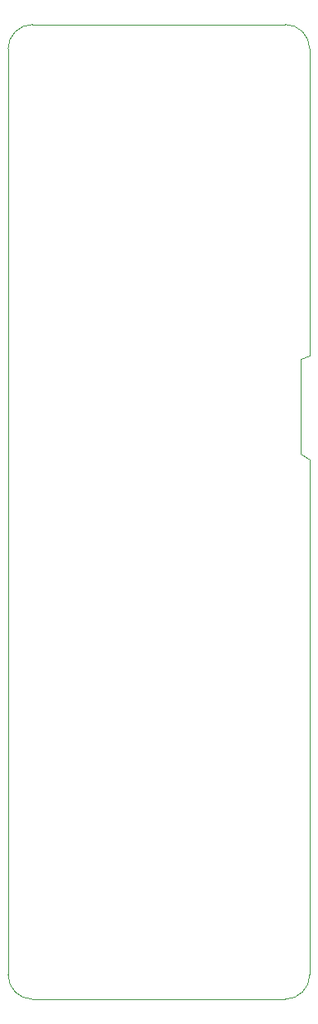
<source format=gm1>
%TF.GenerationSoftware,KiCad,Pcbnew,(6.0.1)*%
%TF.CreationDate,2022-06-27T00:16:49+02:00*%
%TF.ProjectId,kp-ptr,6b702d70-7472-42e6-9b69-6361645f7063,rev?*%
%TF.SameCoordinates,Original*%
%TF.FileFunction,Profile,NP*%
%FSLAX46Y46*%
G04 Gerber Fmt 4.6, Leading zero omitted, Abs format (unit mm)*
G04 Created by KiCad (PCBNEW (6.0.1)) date 2022-06-27 00:16:49*
%MOMM*%
%LPD*%
G01*
G04 APERTURE LIST*
%TA.AperFunction,Profile*%
%ADD10C,0.100000*%
%TD*%
G04 APERTURE END LIST*
D10*
X169600000Y-132100000D02*
X143600000Y-132100000D01*
X141100000Y-129600000D02*
X141100000Y-34600000D01*
X172100000Y-34600000D02*
G75*
G03*
X169600000Y-32100000I-2500000J0D01*
G01*
X143600000Y-32100000D02*
G75*
G03*
X141100000Y-34600000I0J-2500000D01*
G01*
X172100000Y-76708000D02*
X172100000Y-129600000D01*
X141100000Y-129600000D02*
G75*
G03*
X143600000Y-132100000I2500000J0D01*
G01*
X171196000Y-66382900D02*
X171196000Y-76161900D01*
X172100000Y-66040000D02*
X171196000Y-66382900D01*
X169600000Y-132100000D02*
G75*
G03*
X172100000Y-129600000I0J2500000D01*
G01*
X171196000Y-76161900D02*
X172100000Y-76708000D01*
X172100000Y-34600000D02*
X172100000Y-66040000D01*
X143600000Y-32100000D02*
X169600000Y-32100000D01*
M02*

</source>
